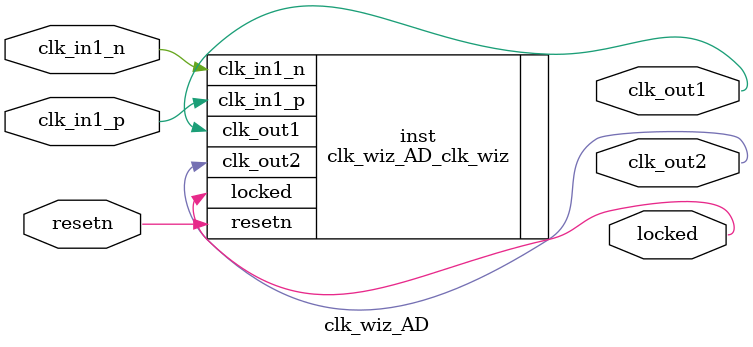
<source format=v>


`timescale 1ps/1ps

(* CORE_GENERATION_INFO = "clk_wiz_AD,clk_wiz_v6_0_13_0_0,{component_name=clk_wiz_AD,use_phase_alignment=true,use_min_o_jitter=false,use_max_i_jitter=false,use_dyn_phase_shift=false,use_inclk_switchover=false,use_dyn_reconfig=false,enable_axi=0,feedback_source=FDBK_AUTO,PRIMITIVE=MMCM,num_out_clk=2,clkin1_period=4.000,clkin2_period=10.0,use_power_down=false,use_reset=true,use_locked=true,use_inclk_stopped=false,feedback_type=SINGLE,CLOCK_MGR_TYPE=NA,manual_override=false}" *)

module clk_wiz_AD 
 (
  // Clock out ports
  output        clk_out1,
  output        clk_out2,
  // Status and control signals
  input         resetn,
  output        locked,
 // Clock in ports
  input         clk_in1_p,
  input         clk_in1_n
 );

  clk_wiz_AD_clk_wiz inst
  (
  // Clock out ports  
  .clk_out1(clk_out1),
  .clk_out2(clk_out2),
  // Status and control signals               
  .resetn(resetn), 
  .locked(locked),
 // Clock in ports
  .clk_in1_p(clk_in1_p),
  .clk_in1_n(clk_in1_n)
  );

endmodule

</source>
